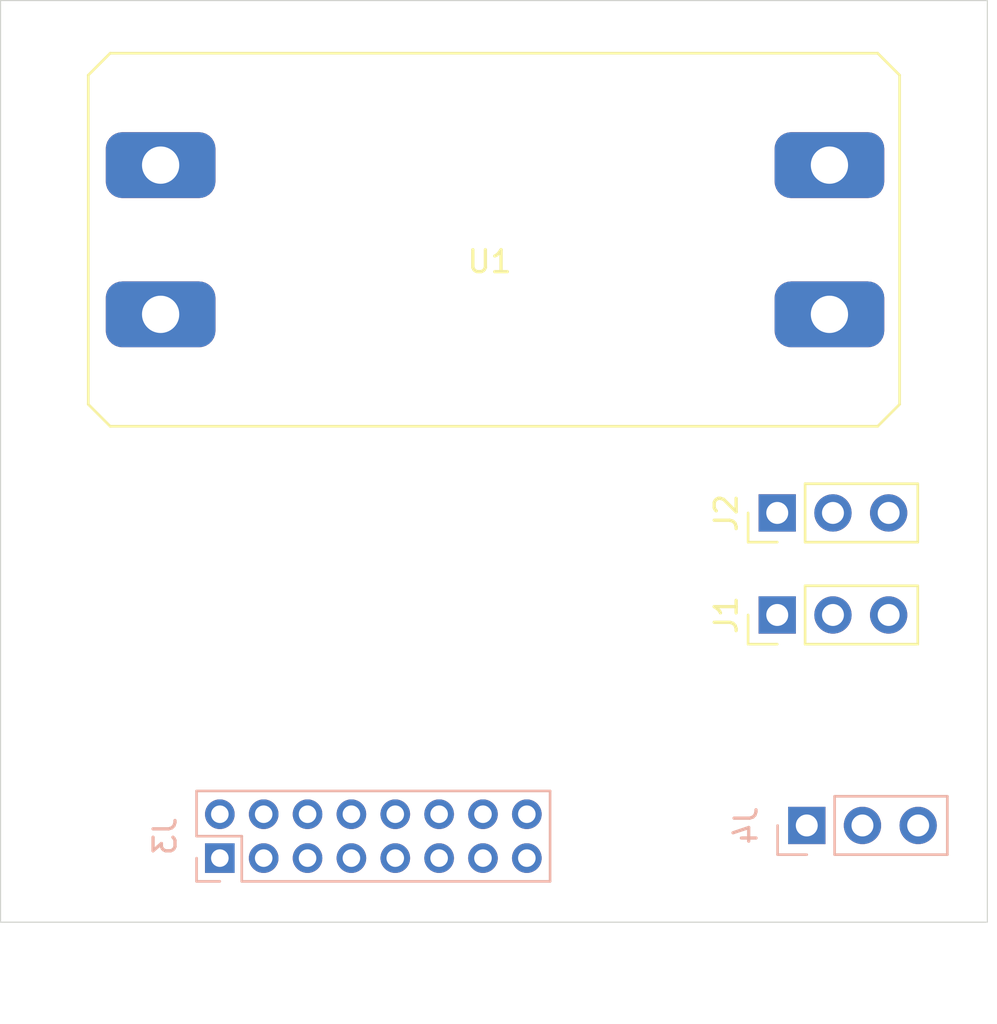
<source format=kicad_pcb>
(kicad_pcb (version 20240108) (generator "pcbnew") (generator_version "8.0")
  (layers (0 "F.Cu" signal) (31 "B.Cu" signal) (34 "B.Paste" user) (35 "F.Paste" user) (36 "B.SilkS" user "B.Silkscreen") (37 "F.SilkS" user "F.Silkscreen") (38 "B.Mask" user) (39 "F.Mask" user) (44 "Edge.Cuts" user))
  (net 0 "")
  (net 1 "SERVO1")
  (net 2 "GND")
  (net 3 "Vdrive")
  (net 4 "SERVO2")
  (net 13 "SDA")
  (net 14 "SCL")
  (net 15 "+3V3")
  (footprint "hw-045:hw-045" (layer "F.Cu") (at 22.3 11.4)
    (property "Reference" "U1" (at 0 0.5 0) (layer "F.SilkS"))
    (property "Value" "MT3608-module")
    (fp_line (start -18.3 -8) (end -17.3 -9) (stroke (width 0.12)) (layer "F.SilkS"))
    (fp_line (start -18.3 7) (end -18.3 -8) (stroke (width 0.12)) (layer "F.SilkS"))
    (fp_line (start -18.3 7) (end -17.3 8) (stroke (width 0.12)) (layer "F.SilkS"))
    (fp_line (start -17.3 -9) (end 17.7 -9) (stroke (width 0.12)) (layer "F.SilkS"))
    (fp_line (start -17.3 8) (end 17.7 8) (stroke (width 0.12)) (layer "F.SilkS"))
    (fp_line (start 17.7 8) (end 18.7 7) (stroke (width 0.12)) (layer "F.SilkS"))
    (fp_line (start 18.7 -8) (end 17.7 -9) (stroke (width 0.12)) (layer "F.SilkS"))
    (fp_line (start 18.7 7) (end 18.7 -8) (stroke (width 0.12)) (layer "F.SilkS"))
    (pad "1" thru_hole roundrect (at -15 2.9) (size 5 3) (drill 1.7) (layers "*.Cu" "*.Mask") (net 15 "+3V3"))
    (pad "2" thru_hole roundrect (at -15 -3.9) (size 5 3) (drill 1.7) (layers "*.Cu" "*.Mask") (net 2 "GND"))
    (pad "3" thru_hole roundrect (at 15.5 -3.9) (size 5 3) (drill 1.7) (layers "*.Cu" "*.Mask") (net 2 "GND"))
    (pad "4" thru_hole roundrect (at 15.5 2.9) (size 5 3) (drill 1.7) (layers "*.Cu" "*.Mask") (net 3 "Vdrive"))
  )
  (footprint "Connector_PinHeader_2.54mm:PinHeader_1x03_P2.54mm_Vertical" (layer "F.Cu") (at 35.42 23.35 90)
    (property "Reference" "J2" (at 0 -2.33 90) (layer "F.SilkS"))
    (property "Value" "Conn_01x03_Pin")
    (fp_line (start -1.33 -1.33) (end 0 -1.33) (stroke (width 0.12)) (layer "F.SilkS"))
    (fp_line (start -1.33 0) (end -1.33 -1.33) (stroke (width 0.12)) (layer "F.SilkS"))
    (fp_line (start 1.33 1.27) (end 1.33 6.41) (stroke (width 0.12)) (layer "F.SilkS"))
    (fp_line (start -1.33 1.27) (end 1.33 1.27) (stroke (width 0.12)) (layer "F.SilkS"))
    (fp_line (start -1.33 1.27) (end -1.33 6.41) (stroke (width 0.12)) (layer "F.SilkS"))
    (fp_line (start -1.33 6.41) (end 1.33 6.41) (stroke (width 0.12)) (layer "F.SilkS"))
    (pad "1" thru_hole rect (at 0 0 90) (size 1.7 1.7) (drill 1) (layers "*.Cu" "*.Mask") (net 3 "Vdrive"))
    (pad "2" thru_hole oval (at 0 2.54 90) (size 1.7 1.7) (drill 1) (layers "*.Cu" "*.Mask") (net 2 "GND"))
    (pad "3" thru_hole oval (at 0 5.08 90) (size 1.7 1.7) (drill 1) (layers "*.Cu" "*.Mask") (net 4 "SERVO2"))
  )
  (footprint "Connector_PinHeader_2.54mm:PinHeader_1x03_P2.54mm_Vertical" (layer "F.Cu") (at 35.42 28 90)
    (property "Reference" "J1" (at 0 -2.33 90) (layer "F.SilkS"))
    (property "Value" "Conn_01x03_Pin")
    (fp_line (start -1.33 -1.33) (end 0 -1.33) (stroke (width 0.12)) (layer "F.SilkS"))
    (fp_line (start -1.33 0) (end -1.33 -1.33) (stroke (width 0.12)) (layer "F.SilkS"))
    (fp_line (start 1.33 1.27) (end 1.33 6.41) (stroke (width 0.12)) (layer "F.SilkS"))
    (fp_line (start -1.33 1.27) (end 1.33 1.27) (stroke (width 0.12)) (layer "F.SilkS"))
    (fp_line (start -1.33 1.27) (end -1.33 6.41) (stroke (width 0.12)) (layer "F.SilkS"))
    (fp_line (start -1.33 6.41) (end 1.33 6.41) (stroke (width 0.12)) (layer "F.SilkS"))
    (pad "1" thru_hole rect (at 0 0 90) (size 1.7 1.7) (drill 1) (layers "*.Cu" "*.Mask") (net 3 "Vdrive"))
    (pad "2" thru_hole oval (at 0 2.54 90) (size 1.7 1.7) (drill 1) (layers "*.Cu" "*.Mask") (net 2 "GND"))
    (pad "3" thru_hole oval (at 0 5.08 90) (size 1.7 1.7) (drill 1) (layers "*.Cu" "*.Mask") (net 1 "SERVO1"))
  )
  (footprint "Connector_PinSocket_2.54mm:PinSocket_1x03_P2.54mm_Vertical" (layer "B.Cu") (at 36.766 37.592 -90)
    (property "Reference" "J4" (at 0 2.77 90) (layer "B.SilkS") (effects (justify mirror)))
    (property "Value" "Conn_01x03_Socket")
    (fp_line (start 1.33 1.33) (end 0 1.33) (stroke (width 0.12)) (layer "B.SilkS"))
    (fp_line (start 1.33 0) (end 1.33 1.33) (stroke (width 0.12)) (layer "B.SilkS"))
    (fp_line (start 1.33 -1.27) (end -1.33 -1.27) (stroke (width 0.12)) (layer "B.SilkS"))
    (fp_line (start -1.33 -6.41) (end -1.33 -1.27) (stroke (width 0.12)) (layer "B.SilkS"))
    (fp_line (start 1.33 -6.41) (end 1.33 -1.27) (stroke (width 0.12)) (layer "B.SilkS"))
    (fp_line (start 1.33 -6.41) (end -1.33 -6.41) (stroke (width 0.12)) (layer "B.SilkS"))
    (pad "1" thru_hole rect (at 0 0 270) (size 1.7 1.7) (drill 1) (layers "*.Cu" "*.Mask") (net 13 "SDA"))
    (pad "2" thru_hole oval (at 0 -2.54 270) (size 1.7 1.7) (drill 1) (layers "*.Cu" "*.Mask") (net 14 "SCL"))
    (pad "3" thru_hole oval (at 0 -5.08 270) (size 1.7 1.7) (drill 1) (layers "*.Cu" "*.Mask") (net 2 "GND"))
  )
  (footprint "Connector_PinSocket_2.00mm:PinSocket_2x08_P2.00mm_Vertical" (layer "B.Cu") (at 10 39.08 -90)
    (property "Reference" "J3" (at -1 2.5 90) (layer "B.SilkS") (effects (justify mirror)))
    (property "Value" "Conn_02x08_Odd_Even")
    (fp_line (start -1 1.06) (end -3.06 1.06) (stroke (width 0.12)) (layer "B.SilkS"))
    (fp_line (start 1.06 1.06) (end 0 1.06) (stroke (width 0.12)) (layer "B.SilkS"))
    (fp_line (start 1.06 0) (end 1.06 1.06) (stroke (width 0.12)) (layer "B.SilkS"))
    (fp_line (start -1 -1) (end -1 1.06) (stroke (width 0.12)) (layer "B.SilkS"))
    (fp_line (start 1.06 -1) (end -1 -1) (stroke (width 0.12)) (layer "B.SilkS"))
    (fp_line (start -3.06 -15.06) (end -3.06 1.06) (stroke (width 0.12)) (layer "B.SilkS"))
    (fp_line (start 1.06 -15.06) (end 1.06 -1) (stroke (width 0.12)) (layer "B.SilkS"))
    (fp_line (start 1.06 -15.06) (end -3.06 -15.06) (stroke (width 0.12)) (layer "B.SilkS"))
    (pad "1" thru_hole rect (at 0 0 270) (size 1.35 1.35) (drill 0.8) (layers "*.Cu" "*.Mask"))
    (pad "2" thru_hole oval (at -2 0 270) (size 1.35 1.35) (drill 0.8) (layers "*.Cu" "*.Mask"))
    (pad "3" thru_hole oval (at 0 -2 270) (size 1.35 1.35) (drill 0.8) (layers "*.Cu" "*.Mask"))
    (pad "4" thru_hole oval (at -2 -2 270) (size 1.35 1.35) (drill 0.8) (layers "*.Cu" "*.Mask") (net 1 "SERVO1"))
    (pad "5" thru_hole oval (at 0 -4 270) (size 1.35 1.35) (drill 0.8) (layers "*.Cu" "*.Mask"))
    (pad "6" thru_hole oval (at -2 -4 270) (size 1.35 1.35) (drill 0.8) (layers "*.Cu" "*.Mask") (net 4 "SERVO2"))
    (pad "7" thru_hole oval (at 0 -6 270) (size 1.35 1.35) (drill 0.8) (layers "*.Cu" "*.Mask") (net 2 "GND"))
    (pad "8" thru_hole oval (at -2 -6 270) (size 1.35 1.35) (drill 0.8) (layers "*.Cu" "*.Mask") (net 2 "GND"))
    (pad "9" thru_hole oval (at 0 -8 270) (size 1.35 1.35) (drill 0.8) (layers "*.Cu" "*.Mask") (net 2 "GND"))
    (pad "10" thru_hole oval (at -2 -8 270) (size 1.35 1.35) (drill 0.8) (layers "*.Cu" "*.Mask") (net 15 "+3V3"))
    (pad "11" thru_hole oval (at 0 -10 270) (size 1.35 1.35) (drill 0.8) (layers "*.Cu" "*.Mask") (net 15 "+3V3"))
    (pad "12" thru_hole oval (at -2 -10 270) (size 1.35 1.35) (drill 0.8) (layers "*.Cu" "*.Mask") (net 15 "+3V3"))
    (pad "13" thru_hole oval (at 0 -12 270) (size 1.35 1.35) (drill 0.8) (layers "*.Cu" "*.Mask"))
    (pad "14" thru_hole oval (at -2 -12 270) (size 1.35 1.35) (drill 0.8) (layers "*.Cu" "*.Mask"))
    (pad "15" thru_hole oval (at 0 -14 270) (size 1.35 1.35) (drill 0.8) (layers "*.Cu" "*.Mask"))
    (pad "16" thru_hole oval (at -2 -14 270) (size 1.35 1.35) (drill 0.8) (layers "*.Cu" "*.Mask"))
  )
  (gr_rect (start 0 0) (end 45 42) (stroke (width 0.05)) (fill none) (layer "Edge.Cuts"))
)
</source>
